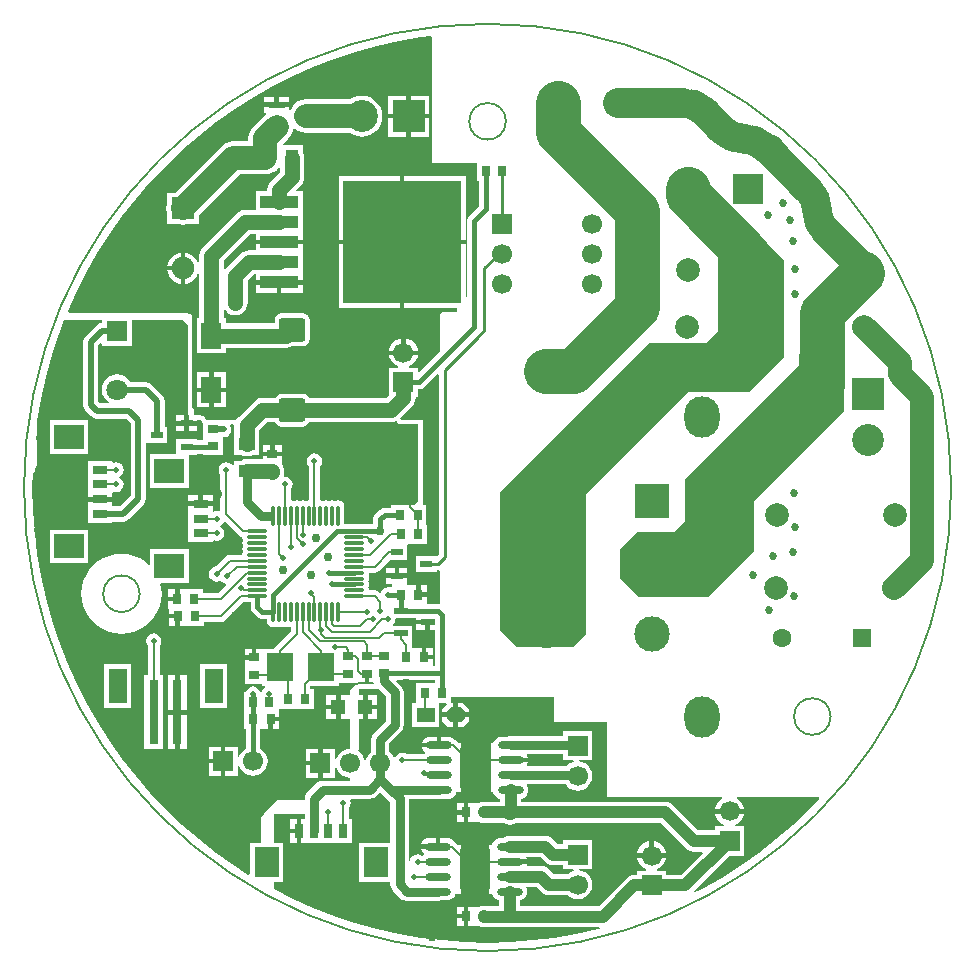
<source format=gtl>
%FSLAX25Y25*%
%MOIN*%
G70*
G01*
G75*
G04 Layer_Physical_Order=1*
G04 Layer_Color=255*
%ADD10C,0.10000*%
%ADD11C,0.10000*%
%ADD12R,0.08661X0.09449*%
%ADD13R,0.09843X0.13386*%
%ADD14O,0.08661X0.02756*%
%ADD15R,0.06890X0.08661*%
%ADD16R,0.04724X0.01969*%
%ADD17R,0.04000X0.05500*%
%ADD18R,0.05906X0.11811*%
%ADD19R,0.03150X0.21654*%
%ADD20R,0.06000X0.05000*%
G04:AMPARAMS|DCode=21|XSize=60mil|YSize=50mil|CornerRadius=0mil|HoleSize=0mil|Usage=FLASHONLY|Rotation=0.000|XOffset=0mil|YOffset=0mil|HoleType=Round|Shape=Octagon|*
%AMOCTAGOND21*
4,1,8,0.03000,-0.01250,0.03000,0.01250,0.01750,0.02500,-0.01750,0.02500,-0.03000,0.01250,-0.03000,-0.01250,-0.01750,-0.02500,0.01750,-0.02500,0.03000,-0.01250,0.0*
%
%ADD21OCTAGOND21*%

%ADD22R,0.03150X0.03543*%
%ADD23R,0.03543X0.03150*%
%ADD24R,0.05000X0.05000*%
%ADD25R,0.05512X0.02362*%
%ADD26R,0.39370X0.41142*%
%ADD27R,0.12598X0.04134*%
%ADD28R,0.05500X0.04000*%
%ADD29O,0.07087X0.01100*%
%ADD30O,0.01100X0.07087*%
%ADD31R,0.08268X0.09843*%
%ADD32R,0.03150X0.05118*%
G04:AMPARAMS|DCode=33|XSize=78.74mil|YSize=86.61mil|CornerRadius=7.87mil|HoleSize=0mil|Usage=FLASHONLY|Rotation=90.000|XOffset=0mil|YOffset=0mil|HoleType=Round|Shape=RoundedRectangle|*
%AMROUNDEDRECTD33*
21,1,0.07874,0.07087,0,0,90.0*
21,1,0.06299,0.08661,0,0,90.0*
1,1,0.01575,0.03543,0.03150*
1,1,0.01575,0.03543,-0.03150*
1,1,0.01575,-0.03543,-0.03150*
1,1,0.01575,-0.03543,0.03150*
%
%ADD33ROUNDEDRECTD33*%
%ADD34R,0.09843X0.08268*%
%ADD35R,0.05118X0.03150*%
%ADD36R,0.03937X0.02362*%
%ADD37R,0.02756X0.03347*%
%ADD38R,0.03347X0.02756*%
%ADD39C,0.00800*%
%ADD40C,0.03000*%
%ADD41C,0.01500*%
%ADD42C,0.08000*%
%ADD43C,0.15000*%
%ADD44C,0.05000*%
%ADD45C,0.02000*%
%ADD46C,0.04000*%
%ADD47C,0.01000*%
%ADD48R,0.09600X0.18400*%
%ADD49R,0.09900X0.21000*%
%ADD50C,0.00500*%
%ADD51C,0.00025*%
%ADD52C,0.07874*%
%ADD53O,0.11811X0.13780*%
%ADD54C,0.06693*%
%ADD55R,0.06693X0.06693*%
%ADD56R,0.07480X0.07480*%
%ADD57C,0.07480*%
%ADD58R,0.06299X0.06299*%
%ADD59C,0.06299*%
%ADD60C,0.09843*%
%ADD61R,0.06693X0.06693*%
%ADD62R,0.09843X0.09843*%
%ADD63C,0.10630*%
%ADD64R,0.10630X0.10630*%
%ADD65R,0.10630X0.10630*%
%ADD66R,0.07087X0.07087*%
%ADD67C,0.07087*%
%ADD68R,0.11811X0.11811*%
%ADD69C,0.11811*%
%ADD70C,0.04000*%
%ADD71C,0.03000*%
%ADD72C,0.02000*%
%ADD73C,0.02700*%
%ADD74C,0.05000*%
G36*
X234900Y61000D02*
X204800Y30900D01*
Y14100D01*
X189700Y-1000D01*
X166500D01*
X160200Y5300D01*
Y15000D01*
X165900Y20700D01*
X178100D01*
X181800Y24400D01*
Y38200D01*
X219900Y76300D01*
Y79900D01*
X220800Y80800D01*
X221200D01*
X222800Y82400D01*
X234900D01*
Y61000D01*
D02*
G37*
G36*
X214800Y111100D02*
Y78800D01*
X203300Y67300D01*
X182700D01*
X148700Y33300D01*
Y-13500D01*
X144300Y-17900D01*
X125700D01*
X120200Y-12400D01*
Y34000D01*
X169800Y83600D01*
X188700D01*
X192800Y87700D01*
Y112300D01*
X183100Y122000D01*
X186200Y125100D01*
X200800D01*
X214800Y111100D01*
D02*
G37*
G36*
X99661Y73063D02*
Y13245D01*
X99046Y12630D01*
X99011Y12644D01*
Y12644D01*
X99011Y12644D01*
X92074D01*
Y7282D01*
X99011D01*
Y7924D01*
X99263D01*
X99815Y8034D01*
X100202Y7717D01*
Y-3219D01*
X99815Y-3536D01*
X99460Y-3466D01*
X95784D01*
Y-1050D01*
X92905D01*
Y-301D01*
X92155D01*
Y2873D01*
X90028D01*
D01*
D01*
X90028Y2873D01*
X89878D01*
Y2873D01*
X89169D01*
Y3345D01*
X89169D01*
Y5276D01*
X82231D01*
Y3345D01*
X84122D01*
Y2873D01*
X84122D01*
Y2424D01*
X84087Y2371D01*
X83736Y2083D01*
X82900Y2249D01*
X81924Y2055D01*
X81098Y1502D01*
X80545Y675D01*
X80502Y461D01*
X80024Y316D01*
X79797Y543D01*
X79168Y963D01*
X78427Y1110D01*
X76454D01*
X76428Y1142D01*
X76269Y1942D01*
X76146Y2126D01*
X76269Y2310D01*
X76428Y3110D01*
X76269Y3910D01*
X76146Y4095D01*
X76269Y4279D01*
X76428Y5079D01*
X76269Y5879D01*
X76146Y6063D01*
X76269Y6247D01*
X76428Y7047D01*
X76454Y7079D01*
X78316D01*
X79057Y7226D01*
X79686Y7646D01*
X79686Y7646D01*
X79686Y7646D01*
X83258Y11219D01*
X89169D01*
Y16175D01*
X89522Y16528D01*
X89581D01*
Y16528D01*
X95731D01*
Y23072D01*
X95483D01*
Y23227D01*
X95483D01*
Y29573D01*
X94311D01*
Y58000D01*
X87059D01*
X86868Y58462D01*
X90753Y62347D01*
X90753Y62347D01*
X91116Y62820D01*
X91394Y63183D01*
X91797Y64156D01*
X91935Y65200D01*
Y65632D01*
X92747D01*
Y68185D01*
X93179D01*
X94057Y68359D01*
X94801Y68857D01*
X99199Y73255D01*
X99661Y73063D01*
D02*
G37*
G36*
X97498Y185630D02*
Y153900D01*
Y143800D01*
X97703Y143600D01*
X112269D01*
Y137628D01*
X113050D01*
Y129194D01*
X109878Y126022D01*
X109380Y125278D01*
X109206Y124400D01*
Y98900D01*
X108685D01*
Y116450D01*
X88250D01*
Y95129D01*
X105829D01*
Y94000D01*
X100890D01*
X100202Y93331D01*
Y80746D01*
X93208Y73753D01*
X92747Y73944D01*
Y75325D01*
X89784D01*
X89687Y75816D01*
X90344Y76088D01*
X91356Y76865D01*
X92133Y77877D01*
X92622Y79056D01*
X92690Y79571D01*
X83110D01*
X83178Y79056D01*
X83667Y77877D01*
X84443Y76865D01*
X85456Y76088D01*
X86113Y75816D01*
X86016Y75325D01*
X83053D01*
Y66059D01*
X82243Y65249D01*
X56499D01*
X56498Y65256D01*
X55992Y66013D01*
X55236Y66518D01*
X54343Y66696D01*
X47257D01*
X46364Y66518D01*
X45608Y66013D01*
X45102Y65256D01*
X45101Y65249D01*
X40814D01*
X40814Y65249D01*
X39770Y65111D01*
X38797Y64708D01*
X37961Y64067D01*
X37961Y64067D01*
X32947Y59053D01*
X32947Y59053D01*
X32747Y58853D01*
X32106Y58017D01*
X32099Y58000D01*
X22053D01*
X22026Y58018D01*
X21991Y58198D01*
X21933Y58337D01*
X21903Y58485D01*
X21820Y58610D01*
X21762Y58750D01*
X21656Y58856D01*
X21572Y58981D01*
X21447Y59065D01*
X21340Y59172D01*
X21201Y59229D01*
X21076Y59313D01*
X20928Y59342D01*
X20789Y59400D01*
X20638D01*
X20491Y59429D01*
X19100D01*
X19100D01*
D01*
X19100Y59429D01*
X19069Y59455D01*
Y59455D01*
X18129D01*
Y60797D01*
X18100Y60945D01*
Y61096D01*
X18042Y61235D01*
X18013Y61383D01*
X17929Y61508D01*
X17872Y61647D01*
X17765Y61753D01*
X17681Y61879D01*
X17564Y61957D01*
X17528Y62011D01*
X17500Y62151D01*
Y92000D01*
X17384Y92585D01*
X17052Y93081D01*
X16556Y93413D01*
X15971Y93529D01*
X11570D01*
Y93700D01*
X-23704D01*
X-23977Y94119D01*
X-21232Y100313D01*
X-17883Y106965D01*
X-14212Y113446D01*
X-10227Y119738D01*
X-5938Y125828D01*
X-1356Y131700D01*
X3509Y137339D01*
X8644Y142734D01*
X14039Y147869D01*
X19678Y152734D01*
X25550Y157316D01*
X31640Y161605D01*
X37932Y165590D01*
X44412Y169261D01*
X51065Y172610D01*
X57874Y175628D01*
X64823Y178308D01*
X71895Y180645D01*
X79074Y182631D01*
X86341Y184263D01*
X93679Y185536D01*
X97123Y185961D01*
X97498Y185630D01*
D02*
G37*
G36*
X15971Y89729D02*
Y62151D01*
X16000Y62003D01*
Y61852D01*
X16028Y61713D01*
X16085Y61574D01*
X16087Y61565D01*
X16092Y61558D01*
X16133Y61458D01*
X16200Y61297D01*
Y59500D01*
X16200Y59500D01*
X16200Y59500D01*
X16182Y59455D01*
X16350D01*
Y57524D01*
X19069D01*
Y57800D01*
X20510D01*
X20526Y57719D01*
X20527Y57719D01*
Y57719D01*
X20628Y57473D01*
X20640Y57415D01*
X20673Y57365D01*
X20755Y57168D01*
X20755Y57168D01*
X20755Y57168D01*
X20906Y57017D01*
X20971Y56919D01*
X21070Y56853D01*
X21177Y56746D01*
X21177Y56746D01*
X21177Y56746D01*
X21204Y56728D01*
X21228Y56718D01*
Y52319D01*
X21228D01*
Y51194D01*
X19069D01*
Y51581D01*
X12132D01*
Y46434D01*
X3479D01*
Y35166D01*
X16321D01*
Y46219D01*
X19069D01*
Y46606D01*
X21228D01*
Y46169D01*
X27772D01*
Y51681D01*
X27772D01*
Y52207D01*
X27956D01*
X28931Y52401D01*
X29758Y52953D01*
X30311Y53781D01*
X30505Y54756D01*
X30311Y55731D01*
X30112Y56030D01*
X30347Y56471D01*
X31248D01*
X31578Y56095D01*
X31565Y56000D01*
X31565Y56000D01*
Y53400D01*
X31350D01*
Y46400D01*
X33597D01*
X34556Y46003D01*
X35600Y45865D01*
X36644Y46003D01*
X37603Y46400D01*
X39850D01*
Y53400D01*
X39634D01*
Y54329D01*
X42485Y57180D01*
X45101D01*
X45102Y57172D01*
X45608Y56415D01*
X46364Y55910D01*
X47257Y55732D01*
X54343D01*
X55236Y55910D01*
X55992Y56415D01*
X56498Y57172D01*
X56499Y57180D01*
X83914D01*
X83914Y57180D01*
X84958Y57317D01*
X85194Y57415D01*
X85646Y57415D01*
Y57415D01*
X85646Y57415D01*
X85757Y57248D01*
X85978Y56919D01*
X85978Y56919D01*
X85978Y56919D01*
X86307Y56699D01*
X86474Y56587D01*
X86474D01*
X86474Y56587D01*
X86826Y56517D01*
X87059Y56471D01*
X92782D01*
Y30982D01*
X92400Y30600D01*
X91373Y29573D01*
X89728D01*
D01*
D01*
X89728Y29573D01*
X89578D01*
Y29573D01*
X83822D01*
Y28694D01*
X81600D01*
X80722Y28519D01*
X79978Y28022D01*
X78478Y26522D01*
X77981Y25778D01*
X77806Y24900D01*
Y23121D01*
X68217D01*
Y29038D01*
X68058Y29838D01*
X67605Y30516D01*
X66927Y30969D01*
X66127Y31128D01*
X65327Y30969D01*
X65143Y30846D01*
X64958Y30969D01*
X64158Y31128D01*
X63358Y30969D01*
X63174Y30846D01*
X62990Y30969D01*
X62190Y31128D01*
X61390Y30969D01*
X61206Y30846D01*
X61021Y30969D01*
X60221Y31128D01*
X60190Y31154D01*
Y42599D01*
X60608Y43224D01*
X60802Y44200D01*
X60608Y45175D01*
X60055Y46002D01*
X59228Y46555D01*
X58253Y46749D01*
X57277Y46555D01*
X56450Y46002D01*
X55898Y45175D01*
X55704Y44200D01*
X55898Y43224D01*
X56315Y42599D01*
Y31154D01*
X56284Y31128D01*
X55484Y30969D01*
X55300Y30846D01*
X55116Y30969D01*
X54316Y31128D01*
X53516Y30969D01*
X53332Y30846D01*
X53147Y30969D01*
X52347Y31128D01*
X51547Y30969D01*
X51363Y30846D01*
X51179Y30969D01*
X50379Y31128D01*
X50348Y31154D01*
Y33590D01*
X50337Y33641D01*
Y34814D01*
X50755Y35440D01*
X50949Y36415D01*
X50755Y37390D01*
X50202Y38217D01*
X49376Y38770D01*
X48400Y38964D01*
X48278Y38940D01*
X47960Y39326D01*
X48097Y39656D01*
X48235Y40700D01*
X48097Y41744D01*
X47694Y42717D01*
X47373Y43135D01*
Y43578D01*
D01*
Y43578D01*
X47373Y43578D01*
Y43728D01*
X47373D01*
Y45856D01*
X41027D01*
Y44934D01*
X35600D01*
X34556Y44797D01*
X33597Y44400D01*
X31350D01*
Y42968D01*
X30871Y42823D01*
X30661Y43139D01*
X29833Y43691D01*
X28858Y43885D01*
X27883Y43691D01*
X27056Y43139D01*
X26503Y42312D01*
X26309Y41336D01*
X26503Y40361D01*
X26921Y39736D01*
Y34778D01*
Y27803D01*
X26534Y27486D01*
X25821Y27628D01*
X24846Y27434D01*
X24800Y27403D01*
X24359Y27639D01*
Y29250D01*
X16241D01*
Y26925D01*
Y22004D01*
Y17083D01*
X24359D01*
Y17470D01*
X24746Y17787D01*
X25642Y17608D01*
X26618Y17803D01*
X27445Y18355D01*
X27997Y19182D01*
X28192Y20157D01*
X27997Y21133D01*
X27445Y21960D01*
X26618Y22512D01*
X26797Y22724D01*
Y22724D01*
X27624Y23276D01*
X28071Y23946D01*
X28569Y23995D01*
X33107Y19457D01*
X33735Y19037D01*
X34189Y18947D01*
X34172Y18858D01*
X34331Y18058D01*
X34454Y17874D01*
X34331Y17690D01*
X34172Y16890D01*
X34331Y16090D01*
X34454Y15905D01*
X34331Y15721D01*
X34172Y14921D01*
X34331Y14121D01*
X34454Y13937D01*
X34331Y13753D01*
X34172Y12953D01*
X34146Y12922D01*
X29984D01*
X29243Y12774D01*
X28614Y12354D01*
X25362Y9102D01*
X24624Y8955D01*
X23798Y8402D01*
X23245Y7575D01*
X23051Y6600D01*
X23245Y5624D01*
X23798Y4798D01*
X24624Y4245D01*
X25600Y4051D01*
X26575Y4245D01*
X26736Y4352D01*
X27226Y4254D01*
X27398Y3998D01*
X28225Y3445D01*
X28689Y3353D01*
X28835Y2874D01*
X26198Y237D01*
X21131D01*
Y1572D01*
X15619D01*
Y1572D01*
X13294D01*
Y-1701D01*
X12545D01*
Y-2450D01*
X9469D01*
Y-4972D01*
X9717D01*
Y-6750D01*
X12596D01*
Y-7499D01*
X13344D01*
Y-10673D01*
X15472D01*
Y-10673D01*
X15472D01*
X15472Y-10673D01*
X15622D01*
Y-10673D01*
X21378D01*
Y-9437D01*
X27200D01*
X27941Y-9290D01*
X28570Y-8870D01*
X34676Y-2764D01*
X35493D01*
X36262Y-2917D01*
X36961D01*
Y-4555D01*
X37136Y-5433D01*
X37633Y-6177D01*
X39123Y-7667D01*
X39867Y-8164D01*
X40745Y-8339D01*
X42383D01*
Y-9038D01*
X42542Y-9838D01*
X42995Y-10516D01*
X43673Y-10969D01*
X44473Y-11128D01*
X45273Y-10969D01*
X45458Y-10846D01*
X45642Y-10969D01*
X46442Y-11128D01*
X47242Y-10969D01*
X47426Y-10846D01*
X47610Y-10969D01*
X48410Y-11128D01*
X49210Y-10969D01*
X49395Y-10846D01*
X49579Y-10969D01*
X50379Y-11128D01*
X50410Y-11154D01*
Y-12550D01*
X45340Y-17620D01*
X44921Y-18248D01*
X44915Y-18276D01*
X40879D01*
Y-18322D01*
X38850D01*
Y-21201D01*
X38101D01*
Y-21950D01*
X34927D01*
Y-24078D01*
X34927Y-24078D01*
X34927Y-24228D01*
X34927D01*
Y-29983D01*
X40879D01*
Y-30724D01*
X41833D01*
X41978Y-31203D01*
X41453Y-31554D01*
X40901Y-32381D01*
X40812Y-32828D01*
X40168D01*
X40099Y-32480D01*
X39546Y-31653D01*
X38719Y-31101D01*
X37744Y-30907D01*
X36769Y-31101D01*
X35942Y-31653D01*
X35389Y-32480D01*
X35320Y-32828D01*
X34669D01*
Y-39372D01*
X34822D01*
Y-44973D01*
X35450D01*
Y-51528D01*
X35356Y-51567D01*
X34343Y-52343D01*
X33567Y-53356D01*
X33137Y-54394D01*
X32646Y-54296D01*
Y-50954D01*
X28550D01*
Y-55801D01*
Y-60646D01*
X32646D01*
Y-57304D01*
X33137Y-57206D01*
X33567Y-58244D01*
X34343Y-59257D01*
X35356Y-60033D01*
X36535Y-60522D01*
X37800Y-60688D01*
X39065Y-60522D01*
X40244Y-60033D01*
X41256Y-59257D01*
X42033Y-58244D01*
X42522Y-57065D01*
X42688Y-55800D01*
X42522Y-54535D01*
X42033Y-53356D01*
X41256Y-52343D01*
X40244Y-51567D01*
X40038Y-51481D01*
Y-44973D01*
X40578D01*
Y-44973D01*
X40578D01*
X40578Y-44973D01*
X40728D01*
Y-44973D01*
X42856D01*
Y-41799D01*
X43604D01*
Y-41050D01*
X46483D01*
Y-38627D01*
X46483D01*
Y-38372D01*
X46684Y-38372D01*
X46684Y-38372D01*
Y-38372D01*
X51881D01*
Y-38372D01*
X58031D01*
Y-31828D01*
X56893D01*
Y-30836D01*
X57005Y-30724D01*
X66321D01*
Y-29684D01*
X66327D01*
X66327Y-29684D01*
X66327Y-29684D01*
X72673D01*
Y-29578D01*
X75085D01*
Y-26699D01*
X76585D01*
Y-29578D01*
X77737D01*
X77996Y-29805D01*
X78048Y-30068D01*
X77802Y-30171D01*
X73000D01*
X72415Y-30287D01*
X72096Y-30500D01*
X71700D01*
X70500Y-31700D01*
X70000Y-32200D01*
Y-33700D01*
X66950D01*
Y-37701D01*
Y-41700D01*
X70000D01*
Y-51638D01*
X68935Y-51778D01*
X67756Y-52267D01*
X66743Y-53044D01*
X65967Y-54056D01*
X65537Y-55093D01*
X65046Y-54996D01*
Y-51654D01*
X60950D01*
Y-56501D01*
Y-61347D01*
X65046D01*
Y-58004D01*
X65537Y-57907D01*
X65967Y-58944D01*
X66743Y-59957D01*
X67756Y-60733D01*
X68935Y-61222D01*
X70000Y-61362D01*
Y-62274D01*
X61000D01*
X61000Y-62274D01*
X60308Y-62365D01*
X60217Y-62377D01*
X59487Y-62679D01*
X58860Y-63160D01*
X55845Y-66175D01*
X55365Y-66802D01*
X55062Y-67532D01*
X54959Y-68315D01*
Y-68900D01*
X45900D01*
X41500Y-73300D01*
X40400Y-74400D01*
Y-81600D01*
Y-83079D01*
X36630D01*
Y-93381D01*
X36192Y-93622D01*
X31640Y-90739D01*
X25550Y-86450D01*
X19678Y-81868D01*
X14039Y-77003D01*
X8644Y-71867D01*
X3509Y-66473D01*
X-1356Y-60833D01*
X-5938Y-54962D01*
X-10227Y-48872D01*
X-14212Y-42580D01*
X-17883Y-36099D01*
X-21232Y-29447D01*
X-24250Y-22637D01*
X-26930Y-15688D01*
X-29267Y-8616D01*
X-31253Y-1438D01*
X-32885Y5829D01*
X-34158Y13167D01*
X-35070Y20559D01*
X-35618Y27987D01*
X-35801Y35433D01*
X-35686Y40114D01*
X-34400Y41400D01*
Y55740D01*
X-34158Y57699D01*
X-32885Y65037D01*
X-31253Y72304D01*
X-29267Y79483D01*
X-26930Y86555D01*
X-25139Y91200D01*
X-12543D01*
Y90274D01*
X-13433Y90097D01*
X-14260Y89545D01*
X-18102Y85702D01*
X-18655Y84876D01*
X-18849Y83900D01*
Y62900D01*
X-18655Y61924D01*
X-18102Y61098D01*
X-16102Y59098D01*
X-15276Y58545D01*
X-14300Y58351D01*
X-4556D01*
X-3049Y56844D01*
Y48500D01*
Y32556D01*
X-6483Y29121D01*
X-9141D01*
Y30744D01*
X-17259D01*
Y28419D01*
Y23498D01*
X-9141D01*
Y24024D01*
X-5428D01*
X-4452Y24217D01*
X-3625Y24770D01*
X1302Y29698D01*
X1855Y30525D01*
X2049Y31500D01*
Y48500D01*
Y50156D01*
X2289D01*
Y50156D01*
X9226D01*
Y55518D01*
X8307D01*
Y64342D01*
X8112Y65318D01*
X7560Y66145D01*
X3845Y69860D01*
X3018Y70412D01*
X2042Y70606D01*
X-3099D01*
X-3903Y71654D01*
X-4957Y72463D01*
X-6183Y72971D01*
X-7500Y73144D01*
X-8817Y72971D01*
X-10043Y72463D01*
X-11097Y71654D01*
X-11905Y70601D01*
X-12414Y69374D01*
X-12587Y68058D01*
X-12414Y66741D01*
X-11905Y65514D01*
X-11097Y64461D01*
X-10396Y63923D01*
X-10556Y63449D01*
X-13244D01*
X-13751Y63956D01*
Y82844D01*
X-13005Y83590D01*
X-12543Y83399D01*
Y82699D01*
X-2457D01*
Y91200D01*
X14500D01*
X15971Y89729D01*
D02*
G37*
G36*
X141154Y-55546D02*
X144496D01*
X144593Y-56037D01*
X143556Y-56467D01*
X142543Y-57244D01*
X142367Y-57474D01*
X129231D01*
X129010Y-57026D01*
X129067Y-56951D01*
X129357Y-56251D01*
X129357Y-56250D01*
X123599D01*
Y-54750D01*
X129357D01*
X129357Y-54749D01*
X129067Y-54049D01*
X129010Y-53974D01*
X129231Y-53526D01*
X141154D01*
Y-55546D01*
D02*
G37*
G36*
X135404Y-89496D02*
X136135Y-90057D01*
X136986Y-90410D01*
X137900Y-90530D01*
X141154D01*
Y-91847D01*
X144496D01*
X144593Y-92337D01*
X143556Y-92767D01*
X142640Y-93470D01*
X137962D01*
X136296Y-91804D01*
X135565Y-91243D01*
X134714Y-90890D01*
X133800Y-90770D01*
X129209D01*
X128931Y-90354D01*
X129057Y-90051D01*
X129057Y-90050D01*
X123299D01*
Y-88550D01*
X129057D01*
X129057Y-88549D01*
X128767Y-87849D01*
X128776Y-87830D01*
X133738D01*
X135404Y-89496D01*
D02*
G37*
G36*
X81930Y-34009D02*
Y-34100D01*
Y-42591D01*
X78060Y-46460D01*
X77579Y-47087D01*
X77277Y-47817D01*
X77174Y-48600D01*
Y-52713D01*
X76744Y-53044D01*
X75967Y-54056D01*
X75478Y-55235D01*
X75450Y-55450D01*
X74950D01*
X74922Y-55235D01*
X74433Y-54056D01*
X73656Y-53044D01*
X72678Y-52293D01*
X72690Y-52274D01*
X72842Y-52076D01*
X72855Y-52027D01*
X72884Y-51985D01*
X72932Y-51741D01*
X72997Y-51500D01*
X72990Y-51450D01*
X73000Y-51400D01*
Y-41700D01*
X74450D01*
Y-37701D01*
Y-33700D01*
X73000D01*
Y-31700D01*
X79621D01*
X81930Y-34009D01*
D02*
G37*
G36*
X92138Y-8750D02*
X96001D01*
Y-9499D01*
X96750D01*
Y-11984D01*
X98362D01*
Y-24062D01*
X97684D01*
Y-21850D01*
X94805D01*
Y-21101D01*
X94055D01*
Y-17927D01*
X91928D01*
D01*
D01*
X91928Y-17927D01*
X91778D01*
Y-17927D01*
X90837D01*
Y-17000D01*
X90690Y-16259D01*
X90627Y-16165D01*
X90862Y-15724D01*
X90862D01*
X90862Y-15724D01*
Y-10756D01*
X84537D01*
X84391Y-10277D01*
X84502Y-10202D01*
X85055Y-9375D01*
X85249Y-8400D01*
X85377Y-8244D01*
X90862D01*
Y-8054D01*
X92138D01*
Y-8750D01*
D02*
G37*
G36*
X98362Y-29828D02*
X98219D01*
Y-29828D01*
X92069D01*
Y-36300D01*
X90800D01*
Y-44300D01*
X99800D01*
Y-36372D01*
X102075D01*
X102266Y-36834D01*
X100800Y-38300D01*
Y-39550D01*
X104550D01*
Y-36300D01*
X103731D01*
Y-34500D01*
X137995D01*
Y-42300D01*
X138406Y-42700D01*
X155673D01*
Y-67900D01*
X193958D01*
X194119Y-68374D01*
X193143Y-69122D01*
X192367Y-70135D01*
X191878Y-71314D01*
X191811Y-71829D01*
X201390D01*
X201322Y-71314D01*
X200833Y-70135D01*
X200057Y-69122D01*
X199044Y-68345D01*
X199133Y-67900D01*
X226388D01*
X226585Y-68360D01*
X223245Y-71867D01*
X217851Y-77003D01*
X212211Y-81868D01*
X206340Y-86450D01*
X200250Y-90739D01*
X193958Y-94724D01*
X187477Y-98395D01*
X185141Y-99571D01*
X184848Y-99165D01*
X196746Y-87268D01*
X201447D01*
Y-77575D01*
X198484D01*
X198387Y-77084D01*
X199044Y-76812D01*
X200057Y-76035D01*
X200833Y-75023D01*
X201322Y-73844D01*
X201390Y-73329D01*
X191811D01*
X191878Y-73844D01*
X192367Y-75023D01*
X193143Y-76035D01*
X194156Y-76812D01*
X194813Y-77084D01*
X194716Y-77575D01*
X191753D01*
Y-78891D01*
X186083D01*
X177596Y-70404D01*
X176865Y-69843D01*
X176014Y-69490D01*
X175100Y-69370D01*
X127130D01*
Y-68327D01*
X127304Y-68304D01*
X128004Y-68014D01*
X128605Y-67553D01*
X129067Y-66951D01*
X129357Y-66251D01*
X129455Y-65500D01*
X129357Y-64749D01*
X129067Y-64049D01*
X129010Y-63974D01*
X129231Y-63526D01*
X142060D01*
X142543Y-64157D01*
X143556Y-64933D01*
X144735Y-65422D01*
X146000Y-65588D01*
X147265Y-65422D01*
X148444Y-64933D01*
X149457Y-64157D01*
X150233Y-63144D01*
X150722Y-61965D01*
X150888Y-60700D01*
X150722Y-59435D01*
X150233Y-58256D01*
X149457Y-57244D01*
X148444Y-56467D01*
X147265Y-55978D01*
X146000Y-55812D01*
X146265Y-55546D01*
X150847D01*
Y-45854D01*
X141154D01*
Y-47474D01*
X123600D01*
X122817Y-47577D01*
X122768Y-47597D01*
X120647D01*
X119896Y-47696D01*
X119196Y-47986D01*
X118595Y-48447D01*
X118133Y-49049D01*
X117843Y-49749D01*
X117836Y-49807D01*
X112650D01*
Y-58001D01*
Y-66193D01*
X117836D01*
X117843Y-66251D01*
X118133Y-66951D01*
X118595Y-67553D01*
X119196Y-68014D01*
X119896Y-68304D01*
X120070Y-68327D01*
Y-69370D01*
X114700D01*
X113786Y-69490D01*
X113215Y-69727D01*
X111822D01*
D01*
D01*
X111822Y-69727D01*
X111672D01*
Y-69727D01*
X109545D01*
Y-72901D01*
Y-76073D01*
X111672D01*
Y-76073D01*
X111672D01*
X111672Y-76073D01*
X111822D01*
Y-76073D01*
X113215D01*
X113786Y-76310D01*
X114700Y-76430D01*
X121200D01*
X121283Y-76494D01*
X122256Y-76897D01*
X123300Y-77034D01*
X124344Y-76897D01*
X125317Y-76494D01*
X125400Y-76430D01*
X173638D01*
X182125Y-84917D01*
X182856Y-85479D01*
X183708Y-85831D01*
X184621Y-85952D01*
X187424D01*
X187615Y-86413D01*
X180438Y-93591D01*
X175446D01*
Y-92275D01*
X172484D01*
X172387Y-91784D01*
X173044Y-91512D01*
X174056Y-90735D01*
X174833Y-89723D01*
X175322Y-88544D01*
X175390Y-88029D01*
X165811D01*
X165878Y-88544D01*
X166367Y-89723D01*
X167143Y-90735D01*
X168156Y-91512D01*
X168813Y-91784D01*
X168716Y-92275D01*
X165753D01*
Y-93591D01*
X164919D01*
X164005Y-93711D01*
X163154Y-94064D01*
X162423Y-94625D01*
X152978Y-104070D01*
X126830D01*
Y-102127D01*
X127004Y-102104D01*
X127704Y-101814D01*
X128305Y-101353D01*
X128767Y-100751D01*
X129057Y-100051D01*
X129156Y-99300D01*
X129057Y-98549D01*
X128767Y-97849D01*
X128776Y-97830D01*
X132338D01*
X134004Y-99496D01*
X134735Y-100057D01*
X135586Y-100410D01*
X136500Y-100530D01*
X142640D01*
X143556Y-101233D01*
X144735Y-101722D01*
X146000Y-101888D01*
X147265Y-101722D01*
X148444Y-101233D01*
X149457Y-100457D01*
X150233Y-99444D01*
X150722Y-98265D01*
X150888Y-97000D01*
X150722Y-95735D01*
X150233Y-94556D01*
X149457Y-93543D01*
X148444Y-92767D01*
X147265Y-92278D01*
X146000Y-92112D01*
X146265Y-91847D01*
X150847D01*
Y-82154D01*
X141154D01*
Y-83470D01*
X139362D01*
X137696Y-81804D01*
X136965Y-81243D01*
X136114Y-80890D01*
X135200Y-80770D01*
X123300D01*
X122386Y-80890D01*
X121535Y-81243D01*
X121334Y-81397D01*
X120347D01*
X119596Y-81496D01*
X118896Y-81786D01*
X118295Y-82247D01*
X117833Y-82849D01*
X117543Y-83549D01*
X117536Y-83607D01*
X112350D01*
Y-91801D01*
Y-99993D01*
X117536D01*
X117543Y-100051D01*
X117833Y-100751D01*
X118295Y-101353D01*
X118896Y-101814D01*
X119596Y-102104D01*
X119770Y-102127D01*
Y-104070D01*
X115360D01*
X114600Y-103970D01*
X113686Y-104090D01*
X113115Y-104327D01*
X111722D01*
D01*
D01*
X111722Y-104327D01*
X111572D01*
Y-104327D01*
X109444D01*
Y-107501D01*
Y-110673D01*
X111572D01*
Y-110673D01*
X111572D01*
X111572Y-110673D01*
X111722D01*
Y-110673D01*
X112973D01*
X113786Y-111010D01*
X114700Y-111130D01*
X153252D01*
X153320Y-111626D01*
X152816Y-111765D01*
X145549Y-113397D01*
X138211Y-114670D01*
X130819Y-115582D01*
X123391Y-116130D01*
X115945Y-116313D01*
X108499Y-116130D01*
X101071Y-115582D01*
X93679Y-114670D01*
X86341Y-113397D01*
X79074Y-111765D01*
X71895Y-109778D01*
X64823Y-107442D01*
X57874Y-104762D01*
X51065Y-101743D01*
X44667Y-98523D01*
Y-95921D01*
X47898D01*
Y-83079D01*
X44667D01*
Y-73529D01*
X54959D01*
Y-75041D01*
X54910D01*
Y-75041D01*
X53814D01*
Y-79101D01*
Y-83159D01*
X56139D01*
Y-83159D01*
X59832D01*
Y-83159D01*
X70902D01*
Y-75041D01*
X69765D01*
Y-71328D01*
X70183Y-70703D01*
X70376Y-69728D01*
X70183Y-68752D01*
X70410Y-68326D01*
X76700D01*
X77483Y-68223D01*
X78213Y-67921D01*
X78840Y-67440D01*
X80200Y-66079D01*
X81760Y-67640D01*
X83574Y-69453D01*
Y-83079D01*
X72994D01*
Y-95921D01*
X83574D01*
Y-96900D01*
X83677Y-97683D01*
X83979Y-98413D01*
X84460Y-99040D01*
X86860Y-101440D01*
X87487Y-101920D01*
X88217Y-102223D01*
X89000Y-102326D01*
X99500D01*
X100283Y-102223D01*
X100331Y-102203D01*
X102453D01*
X103204Y-102104D01*
X103904Y-101814D01*
X104505Y-101353D01*
X104967Y-100751D01*
X105257Y-100051D01*
X105264Y-99993D01*
X110850D01*
Y-91801D01*
Y-83607D01*
X106147D01*
X105470Y-82930D01*
X104841Y-82510D01*
X104683Y-82479D01*
X104505Y-82247D01*
X103904Y-81786D01*
X103204Y-81496D01*
X102453Y-81397D01*
X100250D01*
Y-84301D01*
X99501D01*
Y-85050D01*
X93743D01*
X93743Y-85051D01*
X94033Y-85751D01*
X94495Y-86353D01*
X94752Y-86550D01*
Y-87050D01*
X94495Y-87247D01*
X94406Y-87363D01*
X94201D01*
X93576Y-86945D01*
X92600Y-86751D01*
X91624Y-86945D01*
X90798Y-87498D01*
X90245Y-88324D01*
X90123Y-88936D01*
X89626Y-88887D01*
Y-68526D01*
X99800D01*
X100583Y-68423D01*
X100631Y-68403D01*
X102753D01*
X103504Y-68304D01*
X104204Y-68014D01*
X104805Y-67553D01*
X105267Y-66951D01*
X105557Y-66251D01*
X105564Y-66193D01*
X111150D01*
Y-58001D01*
Y-49807D01*
X106447D01*
X105770Y-49130D01*
X105141Y-48710D01*
X104983Y-48679D01*
X104805Y-48447D01*
X104204Y-47986D01*
X103504Y-47696D01*
X102753Y-47597D01*
X100550D01*
Y-50501D01*
X99801D01*
Y-51250D01*
X94043D01*
X94043Y-51251D01*
X94333Y-51951D01*
X94795Y-52553D01*
X95052Y-52750D01*
Y-53250D01*
X94795Y-53448D01*
X94706Y-53563D01*
X89001D01*
X88376Y-53145D01*
X87400Y-52951D01*
X86424Y-53145D01*
X85598Y-53698D01*
X85082Y-54469D01*
X84584Y-54420D01*
X84433Y-54056D01*
X83657Y-53044D01*
X83226Y-52713D01*
Y-49853D01*
X87095Y-45984D01*
X87576Y-45357D01*
X87665Y-45143D01*
X87879Y-44627D01*
X87982Y-43844D01*
Y-34100D01*
Y-32756D01*
X87982Y-32756D01*
X87879Y-31973D01*
X87576Y-31243D01*
X87464Y-31097D01*
X87095Y-30616D01*
X87095Y-30616D01*
X85591Y-29112D01*
X85782Y-28650D01*
X98362D01*
Y-29828D01*
D02*
G37*
%LPC*%
G36*
X109800Y-41050D02*
X106050D01*
Y-44300D01*
X107800D01*
X109800Y-42300D01*
Y-41050D01*
D02*
G37*
G36*
X104550D02*
X100800D01*
Y-42300D01*
X102800Y-44300D01*
X104550D01*
Y-41050D01*
D02*
G37*
G36*
X79200Y-38450D02*
X75950D01*
Y-41700D01*
X79200D01*
Y-38450D01*
D02*
G37*
G36*
X65450D02*
X62200D01*
Y-41700D01*
X65450D01*
Y-38450D01*
D02*
G37*
G36*
X15612Y-40261D02*
X13287D01*
Y-51838D01*
X15612D01*
Y-40261D01*
D02*
G37*
G36*
X11787D02*
X9462D01*
Y-51838D01*
X11787D01*
Y-40261D01*
D02*
G37*
G36*
X46483Y-42550D02*
X44355D01*
Y-44973D01*
X46483D01*
Y-42550D01*
D02*
G37*
G36*
X99050Y-47597D02*
X96847D01*
X96096Y-47696D01*
X95396Y-47986D01*
X94795Y-48447D01*
X94333Y-49049D01*
X94043Y-49749D01*
X94043Y-49750D01*
X99050D01*
Y-47597D01*
D02*
G37*
G36*
X107800Y-36300D02*
X106050D01*
Y-39550D01*
X109800D01*
Y-38300D01*
X107800Y-36300D01*
D02*
G37*
G36*
X79200Y-33700D02*
X75950D01*
Y-36950D01*
X79200D01*
Y-33700D01*
D02*
G37*
G36*
X65450D02*
X62200D01*
Y-36950D01*
X65450D01*
Y-33700D01*
D02*
G37*
G36*
X88845Y166015D02*
X82780D01*
Y159950D01*
X88845D01*
Y166015D01*
D02*
G37*
G36*
X96410D02*
X90345D01*
Y159950D01*
X96410D01*
Y166015D01*
D02*
G37*
G36*
X15612Y-27184D02*
X13287D01*
Y-38761D01*
X15612D01*
Y-27184D01*
D02*
G37*
G36*
X11787D02*
X9462D01*
Y-38761D01*
X11787D01*
Y-27184D01*
D02*
G37*
G36*
X29053Y-23294D02*
X20147D01*
Y-38105D01*
X29053D01*
Y-23294D01*
D02*
G37*
G36*
X-2947D02*
X-11853D01*
Y-38105D01*
X-2947D01*
Y-23294D01*
D02*
G37*
G36*
X98750Y-81397D02*
X96547D01*
X95796Y-81496D01*
X95096Y-81786D01*
X94495Y-82247D01*
X94033Y-82849D01*
X93743Y-83549D01*
X93743Y-83550D01*
X98750D01*
Y-81397D01*
D02*
G37*
G36*
X171350Y-82489D02*
Y-86529D01*
X175390D01*
X175322Y-86014D01*
X174833Y-84835D01*
X174056Y-83822D01*
X173044Y-83045D01*
X171865Y-82557D01*
X171350Y-82489D01*
D02*
G37*
G36*
X52314Y-75041D02*
X49989D01*
Y-78350D01*
X52314D01*
Y-75041D01*
D02*
G37*
G36*
Y-79850D02*
X49989D01*
Y-83159D01*
X52314D01*
Y-79850D01*
D02*
G37*
G36*
X107945Y-104327D02*
X105816D01*
Y-106750D01*
X107945D01*
Y-104327D01*
D02*
G37*
G36*
Y-108250D02*
X105816D01*
Y-110673D01*
X107945D01*
Y-108250D01*
D02*
G37*
G36*
X169850Y-82489D02*
X169335Y-82557D01*
X168156Y-83045D01*
X167143Y-83822D01*
X166367Y-84835D01*
X165878Y-86014D01*
X165811Y-86529D01*
X169850D01*
Y-82489D01*
D02*
G37*
G36*
X73995Y166048D02*
X72659Y165916D01*
X71375Y165527D01*
X70191Y164894D01*
X70012Y164748D01*
X56253D01*
X55497Y164847D01*
X54062Y164658D01*
X52723Y164104D01*
X51575Y163222D01*
X50693Y162073D01*
X50346Y161236D01*
X49856Y161334D01*
Y162290D01*
X41344D01*
Y160359D01*
X42042D01*
X42203Y159886D01*
X41677Y159483D01*
X37877Y155683D01*
X36996Y154534D01*
X36442Y153196D01*
X36252Y151760D01*
Y150847D01*
X31200D01*
X31200Y150847D01*
X29764Y150658D01*
X28818Y150267D01*
X28426Y150104D01*
X27277Y149223D01*
X11795Y133740D01*
X9160D01*
Y130221D01*
X9042Y129936D01*
X8852Y128500D01*
X9042Y127064D01*
X9160Y126779D01*
Y123260D01*
X12679D01*
X12964Y123142D01*
X14400Y122952D01*
X15836Y123142D01*
X16121Y123260D01*
X19640D01*
Y125895D01*
X33498Y139752D01*
X41800D01*
X43236Y139942D01*
X44574Y140496D01*
X45296Y141050D01*
X45300D01*
Y141053D01*
X45723Y141377D01*
X46292Y142119D01*
X46766Y141959D01*
Y140571D01*
X43647Y137453D01*
X43006Y136617D01*
X42603Y135644D01*
X42465Y134600D01*
X42465Y134600D01*
Y134153D01*
X38701D01*
Y127927D01*
X35093D01*
X35093Y127927D01*
X34049Y127790D01*
X33076Y127387D01*
X32240Y126746D01*
X32240Y126746D01*
X21047Y115553D01*
X20406Y114717D01*
X20003Y113744D01*
X19865Y112700D01*
X19865Y112700D01*
Y110280D01*
X19375Y110182D01*
X18977Y111143D01*
X18137Y112237D01*
X17043Y113077D01*
X15768Y113605D01*
X15150Y113687D01*
Y108499D01*
Y103313D01*
X15768Y103395D01*
X17043Y103923D01*
X18137Y104763D01*
X18977Y105857D01*
X19375Y106818D01*
X19865Y106720D01*
Y91886D01*
X18955D01*
Y80224D01*
X28845D01*
Y82021D01*
X48869D01*
X48869Y82021D01*
X49913Y82158D01*
X50749Y82504D01*
X54343D01*
X55236Y82682D01*
X55992Y83187D01*
X56498Y83944D01*
X56675Y84836D01*
Y91136D01*
X56498Y92028D01*
X55992Y92785D01*
X55236Y93290D01*
X54343Y93468D01*
X47257D01*
X46364Y93290D01*
X45608Y92785D01*
X45102Y92028D01*
X44925Y91136D01*
Y90090D01*
X28845D01*
Y91886D01*
X27935D01*
Y94587D01*
X28362Y94765D01*
X28408Y94780D01*
X29047Y93947D01*
X29883Y93306D01*
X30856Y92903D01*
X31900Y92765D01*
X32944Y92903D01*
X33917Y93306D01*
X34753Y93947D01*
X35394Y94783D01*
X35797Y95756D01*
X35934Y96800D01*
Y104329D01*
X38078Y106473D01*
X38701D01*
Y104564D01*
X54299D01*
Y106940D01*
Y113633D01*
Y116450D01*
X38701D01*
Y114542D01*
X36407D01*
X36407Y114542D01*
X35363Y114404D01*
X34390Y114001D01*
X33554Y113360D01*
X33554Y113360D01*
X29047Y108853D01*
X28408Y108020D01*
X28362Y108035D01*
X27935Y108213D01*
Y111029D01*
X36764Y119859D01*
X38701D01*
Y117950D01*
X54299D01*
Y120326D01*
Y127019D01*
Y134153D01*
X52412D01*
X52220Y134615D01*
X53653Y136047D01*
X53653Y136047D01*
X54016Y136520D01*
X54294Y136883D01*
X54697Y137856D01*
X54835Y138900D01*
Y145300D01*
X54697Y146344D01*
X54300Y147303D01*
Y149550D01*
X48089D01*
X47897Y150012D01*
X49523Y151637D01*
X50404Y152786D01*
X50958Y154124D01*
X51073Y154992D01*
X51572Y155375D01*
X51674Y155277D01*
X51674Y155277D01*
X52823Y154396D01*
X54161Y153842D01*
X55597Y153653D01*
X70012D01*
X70191Y153506D01*
X71375Y152873D01*
X72659Y152484D01*
X73995Y152352D01*
X75331Y152484D01*
X76616Y152873D01*
X77800Y153506D01*
X78838Y154358D01*
X79689Y155395D01*
X80322Y156579D01*
X80712Y157864D01*
X80843Y159200D01*
X80712Y160536D01*
X80322Y161821D01*
X79689Y163005D01*
X78838Y164042D01*
X77800Y164894D01*
X76616Y165527D01*
X75331Y165916D01*
X73995Y166048D01*
D02*
G37*
G36*
X108045Y-73650D02*
X105917D01*
Y-76073D01*
X108045D01*
Y-73650D01*
D02*
G37*
G36*
X44850Y165721D02*
X41344D01*
Y163790D01*
X44850D01*
Y165721D01*
D02*
G37*
G36*
X59450Y-51654D02*
X55353D01*
Y-55750D01*
X59450D01*
Y-51654D01*
D02*
G37*
G36*
X4663Y-13188D02*
X3687Y-13382D01*
X2861Y-13935D01*
X2308Y-14762D01*
X2114Y-15737D01*
X2308Y-16713D01*
X2726Y-17338D01*
Y-27184D01*
X1588D01*
Y-51838D01*
X7738D01*
Y-27184D01*
X6600D01*
Y-17338D01*
X7018Y-16713D01*
X7212Y-15737D01*
X7018Y-14762D01*
X6465Y-13935D01*
X5638Y-13382D01*
X4663Y-13188D01*
D02*
G37*
G36*
X27050Y-50954D02*
X22954D01*
Y-55050D01*
X27050D01*
Y-50954D01*
D02*
G37*
G36*
X59450Y-57250D02*
X55353D01*
Y-61347D01*
X59450D01*
Y-57250D01*
D02*
G37*
G36*
X108045Y-69727D02*
X105917D01*
Y-72150D01*
X108045D01*
Y-69727D01*
D02*
G37*
G36*
X49856Y165721D02*
X46350D01*
Y163790D01*
X49856D01*
Y165721D01*
D02*
G37*
G36*
X27050Y-56550D02*
X22954D01*
Y-60646D01*
X27050D01*
Y-56550D01*
D02*
G37*
G36*
X23150Y67195D02*
X18955D01*
Y62114D01*
X23150D01*
Y67195D01*
D02*
G37*
G36*
X14850Y59455D02*
X12132D01*
Y57524D01*
X14850D01*
Y59455D01*
D02*
G37*
G36*
X23150Y73776D02*
X18955D01*
Y68695D01*
X23150D01*
Y73776D01*
D02*
G37*
G36*
X28845Y67195D02*
X24650D01*
Y62114D01*
X28845D01*
Y67195D01*
D02*
G37*
G36*
X47373Y49483D02*
X44950D01*
Y47355D01*
X47373D01*
Y49483D01*
D02*
G37*
G36*
X43450D02*
X41027D01*
Y47355D01*
X43450D01*
Y49483D01*
D02*
G37*
G36*
X19069Y56024D02*
X16350D01*
Y54093D01*
X19069D01*
Y56024D01*
D02*
G37*
G36*
X14850D02*
X12132D01*
Y54093D01*
X14850D01*
Y56024D01*
D02*
G37*
G36*
X28845Y73776D02*
X24650D01*
Y68695D01*
X28845D01*
Y73776D01*
D02*
G37*
G36*
X45750Y103064D02*
X38701D01*
Y100247D01*
X45750D01*
Y103064D01*
D02*
G37*
G36*
X13650Y113687D02*
X13032Y113605D01*
X11757Y113077D01*
X10663Y112237D01*
X9823Y111143D01*
X9295Y109868D01*
X9213Y109250D01*
X13650D01*
Y113687D01*
D02*
G37*
G36*
Y107750D02*
X9213D01*
X9295Y107132D01*
X9823Y105857D01*
X10663Y104763D01*
X11757Y103923D01*
X13032Y103395D01*
X13650Y103313D01*
Y107750D01*
D02*
G37*
G36*
X54299Y103064D02*
X47250D01*
Y100247D01*
X54299D01*
Y103064D01*
D02*
G37*
G36*
X88650Y85111D02*
Y81071D01*
X92690D01*
X92622Y81586D01*
X92133Y82765D01*
X91356Y83778D01*
X90344Y84555D01*
X89165Y85043D01*
X88650Y85111D01*
D02*
G37*
G36*
X87150D02*
X86635Y85043D01*
X85456Y84555D01*
X84443Y83778D01*
X83667Y82765D01*
X83178Y81586D01*
X83110Y81071D01*
X87150D01*
Y85111D01*
D02*
G37*
G36*
X86750Y116450D02*
X66315D01*
Y95129D01*
X86750D01*
Y116450D01*
D02*
G37*
G36*
Y139271D02*
X66315D01*
Y117950D01*
X86750D01*
Y139271D01*
D02*
G37*
G36*
X88845Y158450D02*
X82780D01*
Y152385D01*
X88845D01*
Y158450D01*
D02*
G37*
G36*
X11845Y-8250D02*
X9717D01*
Y-10673D01*
X11845D01*
Y-8250D01*
D02*
G37*
G36*
X95784Y2873D02*
X93656D01*
Y450D01*
X95784D01*
Y2873D01*
D02*
G37*
G36*
X11794Y1572D02*
X9469D01*
Y-950D01*
X11794D01*
Y1572D01*
D02*
G37*
G36*
X97684Y-17927D02*
X95556D01*
Y-20350D01*
X97684D01*
Y-17927D01*
D02*
G37*
G36*
X37350Y-18322D02*
X34927D01*
Y-20450D01*
X37350D01*
Y-18322D01*
D02*
G37*
G36*
X95250Y-10250D02*
X92138D01*
Y-11984D01*
X95250D01*
Y-10250D01*
D02*
G37*
G36*
X96410Y158450D02*
X90345D01*
Y152385D01*
X96410D01*
Y158450D01*
D02*
G37*
G36*
X84950Y8707D02*
X82231D01*
Y6776D01*
X84950D01*
Y8707D01*
D02*
G37*
G36*
X24359Y33075D02*
X21050D01*
Y30750D01*
X24359D01*
Y33075D01*
D02*
G37*
G36*
X19550D02*
X16241D01*
Y30750D01*
X19550D01*
Y33075D01*
D02*
G37*
G36*
X-17179Y57770D02*
X-30021D01*
Y46502D01*
X-17179D01*
Y57770D01*
D02*
G37*
G36*
X-9141Y44411D02*
X-17259D01*
Y38261D01*
Y33340D01*
Y32244D01*
X-9141D01*
Y33340D01*
Y33716D01*
X-8754Y34033D01*
X-7915Y33866D01*
X-6939Y34060D01*
X-6113Y34613D01*
X-5560Y35440D01*
X-5366Y36415D01*
X-5560Y37390D01*
X-6113Y38217D01*
X-6939Y38770D01*
D01*
D01*
Y38770D01*
Y38951D01*
X-6788Y38981D01*
X-5961Y39534D01*
X-5409Y40361D01*
X-5215Y41336D01*
X-5409Y42312D01*
X-5961Y43139D01*
X-6788Y43691D01*
X-7764Y43885D01*
X-8739Y43691D01*
X-9141Y43906D01*
Y44411D01*
D02*
G37*
G36*
X16321Y14991D02*
X3479D01*
Y9936D01*
X3025Y9727D01*
X1753Y10812D01*
X-35Y11908D01*
X-1972Y12711D01*
X-4012Y13200D01*
X-6102Y13365D01*
X-8193Y13200D01*
X-10232Y12711D01*
X-12170Y11908D01*
X-13958Y10812D01*
X-15553Y9450D01*
X-16915Y7856D01*
X-18011Y6067D01*
X-18813Y4130D01*
X-19303Y2091D01*
X-19467Y0D01*
X-19303Y-2091D01*
X-18813Y-4130D01*
X-18011Y-6067D01*
X-16915Y-7856D01*
X-15553Y-9450D01*
X-13958Y-10812D01*
X-12170Y-11908D01*
X-10232Y-12711D01*
X-8193Y-13200D01*
X-6102Y-13365D01*
X-4012Y-13200D01*
X-1972Y-12711D01*
X-35Y-11908D01*
X1753Y-10812D01*
X3348Y-9450D01*
X4710Y-7856D01*
X5806Y-6067D01*
X6608Y-4130D01*
X7098Y-2091D01*
X7263Y0D01*
X7098Y2091D01*
X6800Y3331D01*
X7110Y3724D01*
X16321D01*
Y14991D01*
D02*
G37*
G36*
X89169Y8707D02*
X86450D01*
Y6776D01*
X89169D01*
Y8707D01*
D02*
G37*
G36*
X108685Y139271D02*
X88250D01*
Y117950D01*
X108685D01*
Y139271D01*
D02*
G37*
G36*
X-17179Y21406D02*
X-30021D01*
Y10139D01*
X-17179D01*
Y21406D01*
D02*
G37*
%LPD*%
D10*
X209876Y148124D02*
D03*
D03*
D03*
D03*
X209947Y147953D02*
D03*
Y147953D02*
D03*
Y147953D02*
D03*
Y147953D02*
D03*
Y147953D02*
D03*
Y147953D02*
D03*
Y147953D02*
D03*
Y147953D02*
D03*
Y147953D02*
D03*
Y147953D02*
D03*
Y147953D02*
D03*
Y147953D02*
D03*
Y147953D02*
D03*
Y147953D02*
D03*
Y147953D02*
D03*
Y147953D02*
D03*
Y147953D02*
D03*
Y147953D02*
D03*
Y147953D02*
D03*
Y147953D02*
D03*
Y147953D02*
D03*
Y147953D02*
D03*
Y147953D02*
D03*
Y147953D02*
D03*
Y147953D02*
D03*
Y147953D02*
D03*
Y147953D02*
D03*
Y147953D02*
D03*
D11*
X209876Y148124D02*
G03*
X209947Y147953I241J0D01*
G01*
X194171Y154629D02*
G03*
X201242Y151700I7071J7071D01*
G01*
X188029Y160771D02*
G03*
X180958Y163700I-7071J-7071D01*
G01*
X208169Y148831D02*
G03*
X201242Y151700I-6927J-6927D01*
G01*
X209876Y148124D02*
G03*
X208169Y148831I-1707J-1707D01*
G01*
X225800Y127658D02*
G03*
X222871Y134729I-10000J0D01*
G01*
X209947Y147953D02*
G03*
X210159Y147441I724J0D01*
G01*
X209947Y147953D02*
G03*
X210159Y147441I724J0D01*
G01*
X225800Y127658D02*
G03*
X228508Y121119I9247J0D01*
G01*
X188029Y160771D02*
X194171Y154629D01*
X159300Y163700D02*
X180958D01*
X210159Y147441D02*
X222871Y134729D01*
X228508Y121119D02*
X241728Y107900D01*
D12*
X46710Y-24500D02*
D03*
X60490D02*
D03*
D13*
X111900Y-58000D02*
D03*
X111600Y-91800D02*
D03*
D14*
X123600Y-65500D02*
D03*
Y-60500D02*
D03*
Y-55500D02*
D03*
Y-50500D02*
D03*
X99800Y-65500D02*
D03*
Y-60500D02*
D03*
Y-55500D02*
D03*
Y-50500D02*
D03*
X99500Y-84300D02*
D03*
Y-89300D02*
D03*
Y-94300D02*
D03*
Y-99300D02*
D03*
X123300Y-84300D02*
D03*
Y-89300D02*
D03*
Y-94300D02*
D03*
Y-99300D02*
D03*
D15*
X23900Y86055D02*
D03*
Y67945D02*
D03*
D16*
X87000Y-5760D02*
D03*
Y-13240D02*
D03*
X96000Y-9500D02*
D03*
D17*
X41800Y145300D02*
D03*
X50800D02*
D03*
D18*
X24600Y-30700D02*
D03*
X-7400D02*
D03*
D19*
X4663Y-39511D02*
D03*
X12537D02*
D03*
D20*
X95300Y-40300D02*
D03*
D21*
X105300D02*
D03*
D22*
X18056Y-1700D02*
D03*
X12544Y-1700D02*
D03*
X120856Y140900D02*
D03*
X115344Y140900D02*
D03*
X37744Y-36100D02*
D03*
X43256Y-36100D02*
D03*
X87144Y19800D02*
D03*
X92656Y19800D02*
D03*
X95144Y-33100D02*
D03*
X100656Y-33100D02*
D03*
X49444Y-35100D02*
D03*
X54956Y-35100D02*
D03*
D23*
X24500Y49244D02*
D03*
X24500Y54756D02*
D03*
X81335Y-20844D02*
D03*
X81335Y-26356D02*
D03*
D24*
X66200Y-37700D02*
D03*
X75200D02*
D03*
D25*
X45600Y163040D02*
D03*
Y155560D02*
D03*
X55497Y159300D02*
D03*
D26*
X87500Y117200D02*
D03*
D27*
X46500Y103814D02*
D03*
Y110507D02*
D03*
Y117200D02*
D03*
Y123893D02*
D03*
Y130586D02*
D03*
D28*
X35600Y49900D02*
D03*
Y40900D02*
D03*
D29*
X39255Y-827D02*
D03*
Y1142D02*
D03*
Y3110D02*
D03*
Y5079D02*
D03*
Y7047D02*
D03*
Y9016D02*
D03*
Y10984D02*
D03*
Y12953D02*
D03*
Y14921D02*
D03*
Y16890D02*
D03*
Y18858D02*
D03*
Y20827D02*
D03*
X71345D02*
D03*
Y18858D02*
D03*
Y16890D02*
D03*
Y14921D02*
D03*
Y12953D02*
D03*
Y10984D02*
D03*
Y9016D02*
D03*
Y7047D02*
D03*
Y5079D02*
D03*
Y3110D02*
D03*
Y1142D02*
D03*
Y-827D02*
D03*
D30*
X44473Y26045D02*
D03*
X46442D02*
D03*
X48410D02*
D03*
X50379D02*
D03*
X52347D02*
D03*
X54316D02*
D03*
X56284D02*
D03*
X58253D02*
D03*
X60221D02*
D03*
X62190D02*
D03*
X64158D02*
D03*
X66127D02*
D03*
Y-6045D02*
D03*
X64158D02*
D03*
X62190D02*
D03*
X60221D02*
D03*
X58253D02*
D03*
X56284D02*
D03*
X54316D02*
D03*
X52347D02*
D03*
X50379D02*
D03*
X48410D02*
D03*
X46442D02*
D03*
X44473D02*
D03*
D31*
X78628Y-89500D02*
D03*
X42264D02*
D03*
D32*
X53064Y-79100D02*
D03*
X57985Y-79100D02*
D03*
X62906Y-79100D02*
D03*
X67828D02*
D03*
D33*
X50800Y61214D02*
D03*
X50800Y87986D02*
D03*
D34*
X9900Y40800D02*
D03*
Y9358D02*
D03*
X-23600Y15772D02*
D03*
Y52136D02*
D03*
D35*
X20300Y20157D02*
D03*
Y25079D02*
D03*
Y30000D02*
D03*
X-13200Y41336D02*
D03*
Y36415D02*
D03*
Y31494D02*
D03*
Y26572D02*
D03*
D36*
X15600Y48900D02*
D03*
X5757Y52837D02*
D03*
X15600Y56774D02*
D03*
X85700Y13900D02*
D03*
X95543Y9963D02*
D03*
X85700Y6026D02*
D03*
D37*
X108794Y-72900D02*
D03*
X114700D02*
D03*
X108695Y-107500D02*
D03*
X114600D02*
D03*
X92606Y26400D02*
D03*
X86700D02*
D03*
X92905Y-300D02*
D03*
X87000D02*
D03*
X43606Y-41800D02*
D03*
X37700D02*
D03*
X94806Y-21100D02*
D03*
X88900D02*
D03*
X12595Y-7500D02*
D03*
X18500D02*
D03*
D38*
X69500Y-26805D02*
D03*
Y-20900D02*
D03*
X38100Y-27106D02*
D03*
Y-21200D02*
D03*
X44200Y46606D02*
D03*
Y40700D02*
D03*
X75835Y-20795D02*
D03*
Y-26700D02*
D03*
D39*
X18500Y-7500D02*
X27200D01*
X33873Y-827D01*
X111900Y-58000D02*
X114400Y-55500D01*
X123600D01*
X90000Y31500D02*
X91100Y32600D01*
X90000Y29006D02*
Y31500D01*
Y29006D02*
X92606Y26400D01*
Y19850D02*
X92656Y19800D01*
X92606Y19850D02*
Y26400D01*
X104100Y-84300D02*
X111600Y-91800D01*
X99500Y-84300D02*
X104100D01*
X111600Y-91800D02*
X114100Y-89300D01*
X123300D01*
X104400Y-50500D02*
X111900Y-58000D01*
X99800Y-50500D02*
X104400D01*
X65200Y-17800D02*
X68600D01*
X69500Y-18700D01*
Y-20900D02*
Y-18700D01*
X75835Y-20795D02*
Y-17035D01*
X60100Y-15900D02*
X74700D01*
X75835Y-17035D01*
X56284Y-12084D02*
X60100Y-15900D01*
X73700Y-26700D02*
X75835D01*
X72600Y-25600D02*
X73700Y-26700D01*
X72600Y-25600D02*
Y-21700D01*
X71800Y-20900D02*
X72600Y-21700D01*
X69500Y-20900D02*
X71800D01*
X100656Y-33100D02*
Y-32100D01*
X57000Y300D02*
X58253Y-953D01*
Y-6045D02*
Y-953D01*
X46442Y13258D02*
X47900Y11800D01*
X46442Y13258D02*
Y26045D01*
X75842Y18858D02*
X77100Y17600D01*
X71345Y18858D02*
X75842D01*
X33900Y2000D02*
X34758Y1142D01*
X39255D01*
X20300Y25079D02*
X25821D01*
X20300Y20157D02*
X25642D01*
X54316Y19784D02*
Y26045D01*
Y19784D02*
X54400Y19700D01*
X52347Y18553D02*
Y26045D01*
Y18553D02*
X54300Y16600D01*
X-13200Y41336D02*
X-7764D01*
X-13200Y36415D02*
X-7915D01*
X34477Y20827D02*
X39255D01*
X28858Y26446D02*
X34477Y20827D01*
X48410Y26045D02*
Y33590D01*
X48400Y33600D02*
X48410Y33590D01*
X48400Y33600D02*
Y36415D01*
X52347Y-13353D02*
Y-6045D01*
X46710Y-18990D02*
X52347Y-13353D01*
X46710Y-24500D02*
Y-18990D01*
X54316Y-12916D02*
Y-6045D01*
Y-12916D02*
X60490Y-19090D01*
Y-24500D02*
Y-19090D01*
X38100Y-27106D02*
X44105D01*
X46710Y-24500D01*
X60490D02*
X62795Y-26805D01*
X69500D01*
X54956Y-35100D02*
Y-30034D01*
X60490Y-24500D01*
X49444Y-35100D02*
Y-27234D01*
X46710Y-24500D02*
X49444Y-27234D01*
X56284Y-12084D02*
Y-6045D01*
X75835Y-20795D02*
X81285D01*
X81335Y-20844D01*
X33873Y-827D02*
X39255D01*
X60221Y-10621D02*
Y-6045D01*
X83600Y19800D02*
X87144D01*
X76753Y12953D02*
X83600Y19800D01*
X71345Y12953D02*
X76753D01*
X71345Y9016D02*
X78316D01*
X83200Y13900D01*
X85700D01*
X81260Y-13240D02*
X87000D01*
X79900Y-14600D02*
X81260Y-13240D01*
X64158Y-10158D02*
Y-6045D01*
Y-10158D02*
X64900Y-10900D01*
X62190Y-10590D02*
Y-6045D01*
Y-10590D02*
X64200Y-12600D01*
X66127Y-6045D02*
X75755D01*
X87400Y-55500D02*
X99800D01*
X95500Y-60500D02*
X99800D01*
X94600Y-59600D02*
X95500Y-60500D01*
X92600Y-89300D02*
X99500D01*
X91500Y-94300D02*
X99500D01*
X80900Y-8400D02*
X82700D01*
X64200Y-12600D02*
X76700D01*
X80900Y-8400D01*
X78427Y-827D02*
X80200Y-2600D01*
Y-5700D02*
Y-2600D01*
X71345Y-827D02*
X78427D01*
X58253Y26045D02*
Y44200D01*
X95144Y-40144D02*
Y-33100D01*
Y-40144D02*
X95300Y-40300D01*
X4663Y-39511D02*
Y-15737D01*
X50379Y15721D02*
Y26045D01*
Y15721D02*
X50400Y15700D01*
X35747Y7047D02*
X39255D01*
X18056Y-1700D02*
X27000D01*
X35747Y7047D01*
X32416Y9016D02*
X39255D01*
X29200Y5800D02*
X32416Y9016D01*
X25600Y6600D02*
X29984Y10984D01*
X39255D01*
X62906Y-79100D02*
Y-72606D01*
X67828Y-79100D02*
Y-69728D01*
X43256Y-36100D02*
Y-33356D01*
X61600Y-14600D02*
X79900D01*
X60400Y-13400D02*
X61600Y-14600D01*
X60400Y-13400D02*
Y-12000D01*
X60221Y-11821D02*
Y-6045D01*
Y-11821D02*
X60400Y-12000D01*
X73400Y-10900D02*
X75900Y-8400D01*
X64900Y-10900D02*
X73400D01*
X75900Y-8400D02*
X77900D01*
X28858Y34778D02*
Y41336D01*
Y26446D02*
Y34778D01*
X87000Y-15100D02*
Y-13240D01*
Y-15100D02*
X88900Y-17000D01*
Y-21100D02*
Y-17000D01*
D40*
X84956Y-34100D02*
Y-32756D01*
X81335Y-29135D02*
X84956Y-32756D01*
X81335Y-29135D02*
Y-26356D01*
X84956Y-43844D02*
Y-34100D01*
X35600Y30700D02*
X40300Y26000D01*
X43500D01*
X35600Y30700D02*
Y32900D01*
Y40900D01*
X123600Y-50500D02*
X145800D01*
X146000Y-50700D01*
X123600Y-60500D02*
X145800D01*
X146000Y-60700D01*
X80200Y-61800D02*
Y-56500D01*
X89000Y-99300D02*
X99500D01*
X86600Y-96900D02*
X89000Y-99300D01*
X86600Y-96900D02*
Y-68200D01*
X80200Y-61800D02*
X83900Y-65500D01*
X99800D01*
X83900D02*
X86600Y-68200D01*
X80200Y-56500D02*
Y-48600D01*
X84956Y-43844D01*
X57985Y-79100D02*
Y-68315D01*
X61000Y-65300D01*
X76700D01*
X80200Y-61800D01*
D41*
X100656Y-32100D02*
Y-26356D01*
X81335D02*
X100656D01*
Y-6956D01*
X44473Y-6045D02*
Y-427D01*
X65727Y20827D01*
X40745Y-6045D02*
X44473D01*
X39255Y-4555D02*
X40745Y-6045D01*
X39255Y-4555D02*
Y-827D01*
X65727Y20827D02*
X71345D01*
X80027D01*
X80100Y20900D01*
X85600Y26400D02*
X86700D01*
X80100Y20900D02*
Y24900D01*
X81600Y26400D01*
X85600D01*
X87000Y-5760D02*
Y-300D01*
X82900D02*
X87000D01*
X37744Y-55744D02*
X37800Y-55800D01*
X15600Y48900D02*
X24156D01*
X24500Y49244D01*
X37744Y-36100D02*
Y-33456D01*
Y-55744D02*
Y-36100D01*
X64410Y3110D02*
X71345D01*
X63147Y7047D02*
X71345D01*
X63100Y7000D02*
X63147Y7047D01*
X87000Y-5760D02*
X99460D01*
X100656Y-6956D01*
X115344Y128244D02*
Y140900D01*
X111500Y124400D02*
X115344Y128244D01*
X111500Y88800D02*
Y124400D01*
X87900Y70479D02*
X93179D01*
X111500Y88800D01*
D42*
X253300Y73100D02*
X260722Y65678D01*
X253300Y73100D02*
Y77128D01*
X260722Y10937D02*
Y65678D01*
X251585Y1800D02*
X260722Y10937D01*
X241528Y88900D02*
X253300Y77128D01*
X55597Y159200D02*
X73995D01*
X55497Y159300D02*
X55597Y159200D01*
X41800Y151760D02*
X45600Y155560D01*
X41800Y145300D02*
Y151760D01*
X14400Y128500D02*
X31200Y145300D01*
X41800D01*
D43*
X135400Y74323D02*
X144423D01*
X165800Y95700D01*
Y127500D01*
X139300Y154000D02*
X165800Y127500D01*
X139300Y154000D02*
Y163700D01*
X135400Y-10323D02*
Y37300D01*
X174100Y76000D01*
X193300D01*
X182900Y133037D02*
Y134900D01*
Y133037D02*
X191068Y124868D01*
X195109Y120827D01*
X202900Y85600D02*
Y113037D01*
X193300Y76000D02*
X195109Y77810D01*
X202900Y85600D01*
X195109Y120827D02*
X202900Y113037D01*
X227314Y93486D02*
X240805Y106978D01*
X227314Y69414D02*
Y93486D01*
X170700Y8898D02*
X175602D01*
X194200Y21700D02*
Y36300D01*
X181398Y8898D02*
X194200Y21700D01*
X175602Y8898D02*
X181398D01*
X194200Y36300D02*
X227314Y69414D01*
D44*
X50800Y138900D02*
Y145300D01*
X46500Y134600D02*
X50800Y138900D01*
X46500Y130586D02*
Y134600D01*
X35093Y123893D02*
X46500D01*
X23900Y112700D02*
X35093Y123893D01*
X23900Y86055D02*
Y112700D01*
Y86055D02*
X48869D01*
X50800Y87986D01*
X36407Y110507D02*
X46500D01*
X31900Y106000D02*
X36407Y110507D01*
X31900Y96800D02*
Y106000D01*
X40814Y61214D02*
X50800D01*
X35800Y56200D02*
X40814Y61214D01*
X35600Y49900D02*
Y56000D01*
X35800Y56200D01*
X35600Y40900D02*
X44000D01*
X44200Y40700D01*
X83914Y61214D02*
X87900Y65200D01*
Y70479D01*
X50800Y61214D02*
X83914D01*
D45*
X24500Y54756D02*
X27956D01*
X-13200Y26572D02*
X-5428D01*
X-500Y31500D01*
X-16300Y83900D02*
X-12457Y87743D01*
X-7500D01*
X5757Y52837D02*
Y64342D01*
X2042Y68058D02*
X5757Y64342D01*
X-7500Y68058D02*
X2042D01*
X-500Y31500D02*
Y48500D01*
X-3500Y60900D02*
X-500Y57900D01*
X-16300Y62900D02*
X-14300Y60900D01*
X-3500D01*
X-16300Y62900D02*
Y83900D01*
X-500Y48500D02*
Y57900D01*
D46*
X123600Y-69500D02*
Y-65500D01*
X114700Y-72900D02*
X123300D01*
X181900Y-97121D02*
X196600Y-82421D01*
X170600Y-97121D02*
X181900D01*
X184621Y-82421D02*
X196600D01*
X175100Y-72900D02*
X184621Y-82421D01*
X164919Y-97121D02*
X170600D01*
X154440Y-107600D02*
X164919Y-97121D01*
X114600Y-107500D02*
X114700Y-107600D01*
X123300Y-107000D02*
Y-99300D01*
X122700Y-107600D02*
X123300Y-107000D01*
X114700Y-107600D02*
X122700D01*
X123300Y-84300D02*
X135200D01*
X137900Y-87000D01*
X146000D01*
X123300Y-94300D02*
X133800D01*
X136500Y-97000D01*
X146000D01*
X123600Y-72700D02*
Y-65500D01*
X123300Y-72900D02*
X123400D01*
X175100D01*
X122700Y-107600D02*
X154440D01*
X123300Y-73000D02*
X123400Y-72900D01*
X123600Y-72700D01*
D47*
X120856Y123656D02*
Y140900D01*
X120600Y123400D02*
X120856Y123656D01*
X99263Y9963D02*
X101700Y12400D01*
X95543Y9963D02*
X99263D01*
X119650Y113400D02*
X120600D01*
X101700Y12400D02*
Y74600D01*
X114675Y108425D02*
X119650Y113400D01*
X114675Y87575D02*
Y108425D01*
X101700Y74600D02*
X112700Y85600D01*
X113250Y86150D01*
X114675Y87575D01*
D48*
X111600Y-92200D02*
D03*
D49*
X111950Y-57800D02*
D03*
D50*
X270472Y35433D02*
G03*
X270472Y35433I-154528J0D01*
G01*
X230285Y-40938D02*
G03*
X230285Y-40938I-6102J0D01*
G01*
X122047Y157480D02*
G03*
X122047Y157480I-6102J0D01*
G01*
X0Y0D02*
G03*
X0Y0I-6102J0D01*
G01*
D51*
X90317Y-116955D02*
X90325Y-116949D01*
X41318Y-87267D02*
X41318D01*
D52*
X241528Y88900D02*
D03*
X182472D02*
D03*
X251585Y1800D02*
D03*
X212215D02*
D03*
X212415Y26300D02*
D03*
X251785D02*
D03*
X241728Y107900D02*
D03*
X182672D02*
D03*
D53*
X187400Y58800D02*
D03*
Y-41200D02*
D03*
D54*
X87900Y80321D02*
D03*
X170600Y-87279D02*
D03*
X196600Y-72579D02*
D03*
X146000Y-97000D02*
D03*
Y-60700D02*
D03*
X37800Y-55800D02*
D03*
X150600Y123400D02*
D03*
Y113400D02*
D03*
Y103400D02*
D03*
X120600D02*
D03*
Y113400D02*
D03*
X80200Y-56500D02*
D03*
X70200Y-56500D02*
D03*
D55*
X87900Y70479D02*
D03*
X170600Y-97121D02*
D03*
X196600Y-82421D02*
D03*
X27800Y-55800D02*
D03*
X60200Y-56500D02*
D03*
D56*
X14400Y128500D02*
D03*
D57*
Y108500D02*
D03*
D58*
X240886Y-14900D02*
D03*
D59*
X214114D02*
D03*
D60*
X135400Y74323D02*
D03*
Y-10323D02*
D03*
X159300Y163700D02*
D03*
X182900Y134900D02*
D03*
D61*
X146000Y-87000D02*
D03*
Y-50700D02*
D03*
X120600Y123400D02*
D03*
D62*
X139300Y163700D02*
D03*
X202900Y134900D02*
D03*
D63*
X242800Y51095D02*
D03*
X73995Y159200D02*
D03*
D64*
X242800Y66695D02*
D03*
D65*
X89595Y159200D02*
D03*
D66*
X-7500Y87743D02*
D03*
D67*
Y68058D02*
D03*
D68*
X170700Y30946D02*
D03*
D69*
Y-13346D02*
D03*
Y8898D02*
D03*
D70*
X73200Y40900D02*
D03*
X81300Y35300D02*
D03*
X-4800Y-45600D02*
D03*
X82400Y50900D02*
D03*
X54000Y-63900D02*
D03*
X78713Y-69800D02*
D03*
X27600Y-19900D02*
D03*
X62500Y-102600D02*
D03*
X52800Y-98200D02*
D03*
X131400Y-37700D02*
D03*
X124700Y-44200D02*
D03*
X113800Y-42800D02*
D03*
X78400Y92000D02*
D03*
X93500Y92400D02*
D03*
X6190Y76200D02*
D03*
X11800Y87000D02*
D03*
X16200Y146700D02*
D03*
X28700Y154100D02*
D03*
X61300Y145600D02*
D03*
X103100Y114200D02*
D03*
X103300Y103100D02*
D03*
X97300Y105900D02*
D03*
X96200Y114300D02*
D03*
X87200Y114200D02*
D03*
X88100Y104900D02*
D03*
X76100Y105600D02*
D03*
X76700Y113300D02*
D03*
X76800Y121500D02*
D03*
X86400Y121800D02*
D03*
X94700Y121400D02*
D03*
X102900Y121200D02*
D03*
Y130100D02*
D03*
X94300D02*
D03*
X85200Y130700D02*
D03*
X75400Y131000D02*
D03*
X31900Y96800D02*
D03*
X35800Y56200D02*
D03*
D71*
X63000Y39300D02*
D03*
X62600Y46400D02*
D03*
X72000Y47000D02*
D03*
X47700Y8000D02*
D03*
X58600Y18700D02*
D03*
X57200Y6400D02*
D03*
X62800Y12400D02*
D03*
X90000Y-34200D02*
D03*
X88800Y-29600D02*
D03*
X80300Y-74700D02*
D03*
X73100Y-74400D02*
D03*
X103900Y-77500D02*
D03*
X96800Y-77000D02*
D03*
X96600Y-70000D02*
D03*
X11600Y-14000D02*
D03*
X33700Y-15700D02*
D03*
X31800Y-7500D02*
D03*
X26200Y33100D02*
D03*
X24400Y15300D02*
D03*
X-31600Y7500D02*
D03*
X-33800Y21200D02*
D03*
Y33100D02*
D03*
X-33700Y41400D02*
D03*
X-33200Y52000D02*
D03*
X-30700Y62900D02*
D03*
X80600Y-109400D02*
D03*
X72800Y-104400D02*
D03*
X121300Y-114300D02*
D03*
X108400D02*
D03*
X97400D02*
D03*
X32900Y-89500D02*
D03*
X21500Y-81000D02*
D03*
X13900Y-74100D02*
D03*
X6400Y-66500D02*
D03*
X35300Y-73700D02*
D03*
X59400Y-33900D02*
D03*
X59900Y-43500D02*
D03*
X28400Y-13400D02*
D03*
X-6700Y21900D02*
D03*
X-5400Y46900D02*
D03*
X-7300Y54700D02*
D03*
X70800Y71400D02*
D03*
X70700Y79900D02*
D03*
X70300Y89700D02*
D03*
X78600Y42100D02*
D03*
X67900Y41900D02*
D03*
X76400Y51200D02*
D03*
X65800Y51100D02*
D03*
X56200Y51800D02*
D03*
X111400Y-96400D02*
D03*
X111600Y-91800D02*
D03*
X111700Y-86600D02*
D03*
X111800Y-63100D02*
D03*
X111900Y-53000D02*
D03*
X111900Y-58000D02*
D03*
X35600Y32900D02*
D03*
X80100Y20900D02*
D03*
D72*
X96700Y-14300D02*
D03*
X97200Y-700D02*
D03*
X97700Y4800D02*
D03*
X91100Y32600D02*
D03*
X65200Y-17800D02*
D03*
X77100Y-44700D02*
D03*
X57000Y300D02*
D03*
X47900Y11800D02*
D03*
X77100Y17600D02*
D03*
X33900Y2000D02*
D03*
X25821Y25079D02*
D03*
X25642Y20157D02*
D03*
X54400Y19700D02*
D03*
X54300Y16600D02*
D03*
X-7764Y41336D02*
D03*
X-7915Y36415D02*
D03*
X28858Y41336D02*
D03*
X48400Y36415D02*
D03*
X82900Y-300D02*
D03*
X75755Y-6045D02*
D03*
X80200Y-5700D02*
D03*
X82700Y-8400D02*
D03*
X77900D02*
D03*
X87400Y-55500D02*
D03*
X94600Y-59600D02*
D03*
X91500Y-94300D02*
D03*
X92600Y-89300D02*
D03*
X27956Y54756D02*
D03*
X58253Y44200D02*
D03*
X4663Y-15737D02*
D03*
X50379Y15721D02*
D03*
X25600Y6600D02*
D03*
X29200Y5800D02*
D03*
X62900Y-72600D02*
D03*
X67828Y-69728D02*
D03*
X37744Y-33456D02*
D03*
X64200Y3100D02*
D03*
X63100Y7000D02*
D03*
X43256Y-33356D02*
D03*
X60400Y-12000D02*
D03*
D73*
X218300Y100026D02*
D03*
Y108200D02*
D03*
X217600Y117500D02*
D03*
X216600Y124700D02*
D03*
X209300Y126300D02*
D03*
X214400Y130100D02*
D03*
X209800Y-5500D02*
D03*
X218200Y-600D02*
D03*
X218400Y22100D02*
D03*
X218100Y33500D02*
D03*
X164600Y134100D02*
D03*
X160200Y137600D02*
D03*
X155200Y142900D02*
D03*
X153600Y134500D02*
D03*
X149500Y140000D02*
D03*
X144389Y144700D02*
D03*
X147100Y149800D02*
D03*
X140000Y149400D02*
D03*
X192300Y7500D02*
D03*
X188900Y2700D02*
D03*
X184400Y4900D02*
D03*
X183745Y11245D02*
D03*
X191200Y11500D02*
D03*
X197400Y11400D02*
D03*
X197800Y16700D02*
D03*
X191700Y16600D02*
D03*
X185600Y16700D02*
D03*
X217800Y14000D02*
D03*
X211000Y12500D02*
D03*
X204300Y6100D02*
D03*
X127000Y-15500D02*
D03*
X124100Y-11700D02*
D03*
X123000Y-6700D02*
D03*
X123700Y-500D02*
D03*
X123900Y5900D02*
D03*
X124200Y13000D02*
D03*
X124300Y18700D02*
D03*
Y24700D02*
D03*
Y29500D02*
D03*
X124200Y33300D02*
D03*
X138000Y1100D02*
D03*
X137900Y6900D02*
D03*
X138000Y11600D02*
D03*
X138400Y16100D02*
D03*
Y21400D02*
D03*
X139000Y28300D02*
D03*
X139800Y33600D02*
D03*
X132300Y-200D02*
D03*
X132400Y5400D02*
D03*
X132700Y11100D02*
D03*
X132600Y15700D02*
D03*
X131900Y20500D02*
D03*
X132000Y27400D02*
D03*
X132800Y33100D02*
D03*
X138900Y38300D02*
D03*
X132900Y38500D02*
D03*
X189000Y73500D02*
D03*
X184600Y77000D02*
D03*
X182100Y80300D02*
D03*
X177573Y64200D02*
D03*
Y68700D02*
D03*
X177000Y76000D02*
D03*
X177400Y80000D02*
D03*
X167400Y55700D02*
D03*
X172100Y62500D02*
D03*
X170000Y66700D02*
D03*
X169000Y71900D02*
D03*
X165500Y60700D02*
D03*
X165200Y65200D02*
D03*
X160400Y54900D02*
D03*
Y59200D02*
D03*
Y64300D02*
D03*
X161100Y69300D02*
D03*
X164800Y73300D02*
D03*
X168100Y76300D02*
D03*
X172400Y79600D02*
D03*
D74*
X123300Y-107000D02*
D03*
Y-73000D02*
D03*
M02*

</source>
